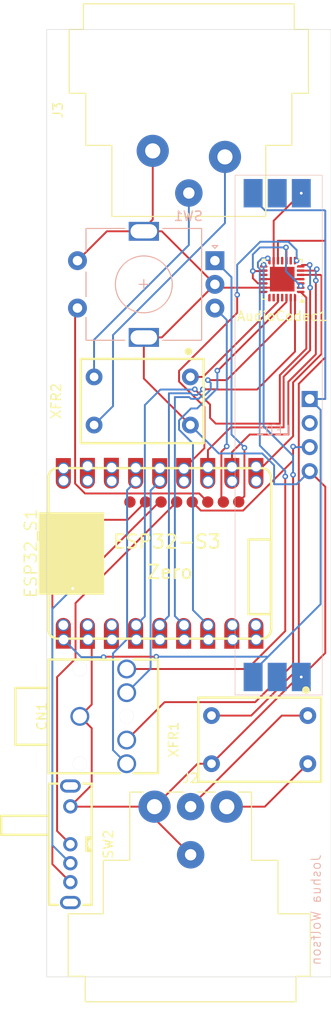
<source format=kicad_pcb>
(kicad_pcb (version 20241229) (generator "pcbnew") (generator_version "9.0")
  (layers (0 "F.Cu" signal) (2 "B.Cu" signal) (13 "F.Paste" user) (15 "B.Paste" user) (5 "F.SilkS" user "F.Silkscreen") (7 "B.SilkS" user "B.Silkscreen") (1 "F.Mask" user) (3 "B.Mask" user) (25 "Edge.Cuts" user))
  (net 0 "")
  (net 1 "Net-(J2-Pad3)")
  (net 2 "GND")
  (net 3 "Net-(J2-Pad2)")
  (net 4 "Net-(J3-Pad2)")
  (net 5 "Net-(J3-Pad3)")
  (net 6 "RE-SW")
  (net 7 "RE-CLK")
  (net 8 "RE-DT")
  (net 9 "SW-1")
  (net 10 "SW-3")
  (net 11 "SW-2")
  (net 12 "+3.3V")
  (net 13 "Tip")
  (net 14 "CDATA")
  (net 15 "DSDIN")
  (net 16 "LRCK")
  (net 17 "CCLK")
  (net 18 "ASDOUT")
  (net 19 "MCLK")
  (net 20 "Ring")
  (net 21 "LIN1")
  (net 22 "LOUT1")
  (net 23 "CE")
  (net 24 "SCLK")
  (net 25 "Tip-Shunt")
  (net 26 "Ring-Shunt")
  (net 33 "LED-IN")
  (net 34 "+5V")
  (footprint "Connector_Audio:Jack_XLR_Neutrik_NC3MAAH_Horizontal" (layer "F.Cu") (at 192.38 131.03)
    (property "Reference" "J2")
    (property "Value" "NC3MAAH")
  )
  (footprint "easyeda2kicad:SW-TH_SK13D07VG5" (layer "F.Cu") (at 183.5 135 -90)
    (property "Reference" "SW2")
    (property "Value" "SW_SP3T")
  )
  (footprint "easyeda2kicad:PWRM-TH_HR610660" (layer "F.Cu") (at 191.08 88.21 90)
    (property "Reference" "XFR2")
    (property "Value" "HR610660")
  )
  (footprint "easyeda2kicad:PWRM-TH_HR610660" (layer "F.Cu") (at 203.4725 123.9575 90)
    (property "Reference" "XFR1")
    (property "Value" "HR610660")
  )
  (footprint "RF_Module:ESP32-S3-ZERO" (layer "F.Cu") (at 190.9134 104.25 90)
    (property "Reference" "ESP32_S1")
    (property "Value" "~")
  )
  (footprint "easyeda2kicad:AUDIO-TH_HOOYA_PJ-306M" (layer "F.Cu") (at 186.97 121.5 90)
    (property "Reference" "CN1")
    (property "Value" "PJ-306M")
  )
  (footprint "Package_DFN_QFN:QFN-28-1EP_4x4mm_P0.45mm_EP2.6x2.6mm" (layer "F.Cu") (at 205.85 75.35 180)
    (property "Reference" "AudioCodec1")
    (property "Value" "ES8388")
  )
  (footprint "Connector_Audio:Jack_XLR_Neutrik_NC3FAAH_Horizontal" (layer "F.Cu") (at 192.19 61.81 90)
    (property "Reference" "J3")
    (property "Value" "NC3FAAH")
  )
  (footprint "Rotary_Encoder:RotaryEncoder_Alps_EC11E-Switch_Vertical_H20mm" (layer "B.Cu") (at 198.75 73.4 180)
    (property "Reference" "SW1")
    (property "Value" "RotaryEncoder_Switch_MP")
  )
  (footprint "LED_SMD:GlowbitL_LED_Strip_1x8" (layer "B.Cu") (at 204.876 91.81 180)
    (property "Reference" "LED1")
    (property "Value" "~")
  )
  (gr_rect (start 181 49) (end 211 149) (stroke (width 0.05)) (fill no) (layer "Edge.Cuts"))
  (gr_text "Joshua Wolfson" (at 210 136 90) (layer "B.SilkS") (effects (font (size 1 1) (thickness 0.1)) (justify left bottom mirror)))
  (segment (start 196.19 131.03) (end 205.8025 121.4175) (width 0.2) (layer "F.Cu") (net 1))
  (segment (start 205.8025 121.4175) (end 208.5525 121.4175) (width 0.2) (layer "F.Cu") (net 1))
  (segment (start 207.548 117.342) (end 207.861 117.342) (width 0.2) (layer "F.Cu") (net 2))
  (segment (start 191.25 70.3) (end 193.15 70.3) (width 0.2) (layer "F.Cu") (net 2))
  (segment (start 192.38 132.3) (end 192.38 131.03) (width 0.2) (layer "F.Cu") (net 2))
  (segment (start 184.25 73.4) (end 187.35 70.3) (width 0.2) (layer "F.Cu") (net 2))
  (segment (start 198.3925 126.4975) (end 207.548 117.342) (width 0.2) (layer "F.Cu") (net 2))
  (segment (start 210.399 114.804) (end 210.399 97.269) (width 0.2) (layer "F.Cu") (net 2))
  (segment (start 203.9 75.35) (end 205.85 75.35) (width 0.2) (layer "F.Cu") (net 2))
  (segment (start 185.2957 113.038752) (end 185.2957 112.7474) (width 0.2) (layer "F.Cu") (net 2))
  (segment (start 192.19 69.06) (end 192.19 61.81) (width 0.2) (layer "F.Cu") (net 2))
  (segment (start 193.15 70.3) (end 198.75 75.9) (width 0.2) (layer "F.Cu") (net 2))
  (segment (start 210.399 97.269) (end 208.75 95.62) (width 0.2) (layer "F.Cu") (net 2))
  (segment (start 191.25 70) (end 192.19 69.06) (width 0.2) (layer "F.Cu") (net 2))
  (segment (start 191.25 70.3) (end 191.25 70) (width 0.2) (layer "F.Cu") (net 2))
  (segment (start 191.25 85.84) (end 191.25 81.5) (width 0.2) (layer "F.Cu") (net 2))
  (segment (start 185.75 122.75) (end 184.5 121.5) (width 0.2) (layer "F.Cu") (net 2))
  (segment (start 183.5 131) (end 183.75 131) (width 0.2) (layer "F.Cu") (net 2))
  (segment (start 183.75 131) (end 183.78 131.03) (width 0.2) (layer "F.Cu") (net 2))
  (segment (start 192.38 131.03) (end 196.9125 126.4975) (width 0.2) (layer "F.Cu") (net 2))
  (segment (start 185.75 120.25) (end 185.75 113.493052) (width 0.2) (layer "F.Cu") (net 2))
  (segment (start 184.5 121.5) (end 185.75 120.25) (width 0.2) (layer "F.Cu") (net 2))
  (segment (start 183.78 131.03) (end 192.38 131.03) (width 0.2) (layer "F.Cu") (net 2))
  (segment (start 183.5 131) (end 185.75 128.75) (width 0.2) (layer "F.Cu") (net 2))
  (segment (start 199.1 76.25) (end 203.9 76.25) (width 0.2) (layer "F.Cu") (net 2))
  (segment (start 204.95 73.4) (end 204.95 69.189) (width 0.2) (layer "F.Cu") (net 2))
  (segment (start 191.25 81.5) (end 193.15 81.5) (width 0.2) (layer "F.Cu") (net 2))
  (segment (start 204.95 76.25) (end 205.85 75.35) (width 0.2) (layer "F.Cu") (net 2))
  (segment (start 187.35 70.3) (end 191.25 70.3) (width 0.2) (layer "F.Cu") (net 2))
  (segment (start 185.75 113.493052) (end 185.2957 113.038752) (width 0.2) (layer "F.Cu") (net 2))
  (segment (start 196.16 90.75) (end 191.25 85.84) (width 0.2) (layer "F.Cu") (net 2))
  (segment (start 185.75 128.75) (end 185.75 122.75) (width 0.2) (layer "F.Cu") (net 2))
  (segment (start 196.19 136.11) (end 192.38 132.3) (width 0.2) (layer "F.Cu") (net 2))
  (segment (start 196.9125 126.4975) (end 198.3925 126.4975) (width 0.2) (layer "F.Cu") (net 2))
  (segment (start 198.75 75.9) (end 199.1 76.25) (width 0.2) (layer "F.Cu") (net 2))
  (segment (start 204.95 69.189) (end 207.861 66.278) (width 0.2) (layer "F.Cu") (net 2))
  (segment (start 193.15 81.5) (end 198.75 75.9) (width 0.2) (layer "F.Cu") (net 2))
  (segment (start 203.9 76.25) (end 204.95 76.25) (width 0.2) (layer "F.Cu") (net 2))
  (segment (start 207.861 117.342) (end 210.399 114.804) (width 0.2) (layer "F.Cu") (net 2))
  (segment (start 204.95 74.45) (end 205.85 75.35) (width 0.2) (layer "F.Cu") (net 2))
  (segment (start 207.8 75.35) (end 205.85 75.35) (width 0.2) (layer "F.Cu") (net 2))
  (segment (start 204.95 73.4) (end 204.95 74.45) (width 0.2) (layer "F.Cu") (net 2))
  (via (at 207.861 66.278) (size 0.6) (drill 0.3) (layers "F.Cu" "B.Cu") (net 2))
  (via (at 207.861 117.342) (size 0.6) (drill 0.3) (layers "F.Cu" "B.Cu") (net 2))
  (segment (start 207.37 97) (end 205 97) (width 0.2) (layer "B.Cu") (net 2))
  (segment (start 205 95) (end 203.75 93.75) (width 0.2) (layer "B.Cu") (net 2))
  (segment (start 199.16 93.75) (end 196.16 90.75) (width 0.2) (layer "B.Cu") (net 2))
  (segment (start 203.75 93.75) (end 199.16 93.75) (width 0.2) (layer "B.Cu") (net 2))
  (segment (start 205 97) (end 205 95) (width 0.2) (layer "B.Cu") (net 2))
  (segment (start 208.75 95.62) (end 207.37 97) (width 0.2) (layer "B.Cu") (net 2))
  (segment (start 200 131.03) (end 204.02 131.03) (width 0.2) (layer "F.Cu") (net 3))
  (segment (start 204.02 131.03) (end 208.5525 126.4975) (width 0.2) (layer "F.Cu") (net 3))
  (segment (start 199.81 69.44) (end 188 81.25) (width 0.2) (layer "B.Cu") (net 4))
  (segment (start 199.81 62.445) (end 199.81 69.44) (width 0.2) (layer "B.Cu") (net 4))
  (segment (start 188 81.25) (end 188 88.75) (width 0.2) (layer "B.Cu") (net 4))
  (segment (start 188 88.75) (end 186 90.75) (width 0.2) (layer "B.Cu") (net 4))
  (segment (start 186 81.75) (end 186 85.67) (width 0.2) (layer "B.Cu") (net 5))
  (segment (start 196 66.26) (end 196 71.75) (width 0.2) (layer "B.Cu") (net 5))
  (segment (start 196 71.75) (end 186 81.75) (width 0.2) (layer "B.Cu") (net 5))
  (segment (start 197.099 97.9722) (end 185.04425 97.9722) (width 0.2) (layer "F.Cu") (net 6))
  (segment (start 184 96.92795) (end 184 78.65) (width 0.2) (layer "F.Cu") (net 6))
  (segment (start 184 78.65) (end 184.25 78.4) (width 0.2) (layer "F.Cu") (net 6))
  (segment (start 185.04425 97.9722) (end 184 96.92795) (width 0.2) (layer "F.Cu") (net 6))
  (segment (start 198 98.8732) (end 197.099 97.9722) (width 0.2) (layer "F.Cu") (net 6))
  (segment (start 201.8654 98.2582) (end 201.2654 98.8582) (width 0.2) (layer "F.Cu") (net 7))
  (segment (start 201.8654 93.15) (end 201.8654 98.2582) (width 0.2) (layer "F.Cu") (net 7))
  (via (at 201.8654 93.15) (size 0.6) (drill 0.3) (layers "F.Cu" "B.Cu") (net 7))
  (segment (start 200.5 91.75) (end 200.5 75.15) (width 0.2) (layer "B.Cu") (net 7))
  (segment (start 201.8654 93.15) (end 201.8654 93.1154) (width 0.2) (layer "B.Cu") (net 7))
  (segment (start 200.5 75.15) (end 198.75 73.4) (width 0.2) (layer "B.Cu") (net 7))
  (segment (start 201.8654 93.1154) (end 200.5 91.75) (width 0.2) (layer "B.Cu") (net 7))
  (segment (start 200 93) (end 199.4345 93.5655) (width 0.2) (layer "F.Cu") (net 8))
  (segment (start 199.4345 93.5655) (end 199.4345 98.6651) (width 0.2) (layer "F.Cu") (net 8))
  (segment (start 199.4345 79.0845) (end 198.75 78.4) (width 0.2) (layer "F.Cu") (net 8))
  (segment (start 199.4345 98.6651) (end 199.6426 98.8732) (width 0.2) (layer "F.Cu") (net 8))
  (via (at 200 93) (size 0.6) (drill 0.3) (layers "F.Cu" "B.Cu") (net 8))
  (segment (start 198.75 78.4) (end 200 79.65) (width 0.2) (layer "B.Cu") (net 8))
  (segment (start 200 79.65) (end 200 93) (width 0.2) (layer "B.Cu") (net 8))
  (segment (start 184.043951 115.399) (end 184.043951 109.543549) (width 0.2) (layer "F.Cu") (net 9))
  (segment (start 182.099 117.343951) (end 184.043951 115.399) (width 0.2) (layer "F.Cu") (net 9))
  (segment (start 183.5 135) (end 182.099 133.599) (width 0.2) (layer "F.Cu") (net 9))
  (segment (start 182.099 133.599) (end 182.099 117.343951) (width 0.2) (layer "F.Cu") (net 9))
  (segment (start 184.043951 109.543549) (end 194.7143 98.8732) (width 0.2) (layer "F.Cu") (net 9))
  (segment (start 182.75 100.75) (end 189.552 100.75) (width 0.2) (layer "F.Cu") (net 10))
  (segment (start 183.5 139) (end 181.601 137.101) (width 0.2) (layer "F.Cu") (net 10))
  (segment (start 181.601 137.101) (end 181.601 101.899) (width 0.2) (layer "F.Cu") (net 10))
  (segment (start 189.552 100.75) (end 191.4288 98.8732) (width 0.2) (layer "F.Cu") (net 10))
  (segment (start 181.601 101.899) (end 182.75 100.75) (width 0.2) (layer "F.Cu") (net 10))
  (segment (start 192.8768 98.8732) (end 193.0714 98.8732) (width 0.2) (layer "F.Cu") (net 11))
  (segment (start 183.75 108) (end 192.8768 98.8732) (width 0.2) (layer "F.Cu") (net 11))
  (via (at 183.75 108) (size 0.6) (drill 0.3) (layers "F.Cu" "B.Cu") (net 11))
  (segment (start 181.601 110.149) (end 181.601 135.101) (width 0.2) (layer "B.Cu") (net 11))
  (segment (start 183.75 108) (end 181.601 110.149) (width 0.2) (layer "B.Cu") (net 11))
  (segment (start 181.601 135.101) (end 183.5 137) (width 0.2) (layer "B.Cu") (net 11))
  (segment (start 203.9 75.8) (end 203.3 75.8) (width 0.2) (layer "F.Cu") (net 12))
  (segment (start 206.3 73.4) (end 206.3 72.05) (width 0.2) (layer "F.Cu") (net 12))
  (segment (start 203.9 74.45) (end 203.9 74.9) (width 0.2) (layer "F.Cu") (net 12))
  (segment (start 202.75 75.25) (end 202.75 74.5) (width 0.2) (layer "F.Cu") (net 12))
  (segment (start 202.75 74.5) (end 203.85 74.5) (width 0.2) (layer "F.Cu") (net 12))
  (segment (start 203.85 74.5) (end 203.9 74.45) (width 0.2) (layer "F.Cu") (net 12))
  (segment (start 207.8 76.064837) (end 207.799837 76.065) (width 0.2) (layer "F.Cu") (net 12))
  (segment (start 207.8 76.25) (end 207.8 75.8) (width 0.2) (layer "F.Cu") (net 12))
  (segment (start 207.8 75.8) (end 207.8 76.064837) (width 0.2) (layer "F.Cu") (net 12))
  (segment (start 206.3 72.05) (end 206.25 72) (width 0.2) (layer "F.Cu") (net 12))
  (segment (start 203.3 75.8) (end 202.75 75.25) (width 0.2) (layer "F.Cu") (net 12))
  (via (at 206.25 72) (size 0.6) (drill 0.3) (layers "F.Cu" "B.Cu") (net 12))
  (via (at 202.75 74.5) (size 0.6) (drill 0.3) (layers "F.Cu" "B.Cu") (net 12))
  (via (at 207.799837 76.065) (size 0.6) (drill 0.3) (layers "F.Cu" "B.Cu") (net 12))
  (segment (start 207.799837 76.065) (end 206.25 74.515163) (width 0.2) (layer "B.Cu") (net 12))
  (segment (start 206.25 72) (end 203.5 72) (width 0.2) (layer "B.Cu") (net 12))
  (segment (start 203.5 72) (end 202.75 72.75) (width 0.2) (layer "B.Cu") (net 12))
  (segment (start 202.75 72.75) (end 202.75 74.5) (width 0.2) (layer "B.Cu") (net 12))
  (segment (start 206.25 74.515163) (end 206.25 72) (width 0.2) (layer "B.Cu") (net 12))
  (segment (start 207 96.001) (end 206.999 96) (width 0.2) (layer "F.Cu") (net 13))
  (segment (start 189.44 124) (end 193.44 120) (width 0.2) (layer "F.Cu") (net 13))
  (segment (start 193.44 120) (end 203 120) (width 0.2) (layer "F.Cu") (net 13))
  (segment (start 207 116) (end 207 96.001) (width 0.2) (layer "F.Cu") (net 13))
  (segment (start 203 120) (end 207 116) (width 0.2) (layer "F.Cu") (net 13))
  (via (at 206.999 96) (size 0.6) (drill 0.3) (layers "F.Cu" "B.Cu") (net 13))
  (via (at 203.88809 73.825002) (size 0.6) (drill 0.3) (layers "F.Cu" "B.Cu") (net 13))
  (segment (start 206.999 96) (end 206.999 93.999) (width 0.2) (layer "B.Cu") (net 13))
  (segment (start 206.999 93.999) (end 203.88809 90.88809) (width 0.2) (layer "B.Cu") (net 13))
  (segment (start 203.88809 90.88809) (end 203.88809 73.825002) (width 0.2) (layer "B.Cu") (net 13))
  (segment (start 206.75 79.25) (end 206.75 77.3) (width 0.2) (layer "F.Cu") (net 14))
  (segment (start 199.992836 86.007164) (end 206.75 79.25) (width 0.2) (layer "F.Cu") (net 14))
  (segment (start 198.007164 86.007164) (end 199.992836 86.007164) (width 0.2) (layer "F.Cu") (net 14))
  (via (at 198.007164 86.007164) (size 0.6) (drill 0.3) (layers "F.Cu" "B.Cu") (net 14))
  (segment (start 197.046756 87.979515) (end 197.44705 87.579221) (width 0.2) (layer "B.Cu") (net 14))
  (segment (start 194.5245 110.9091) (end 194.5245 87.802) (width 0.2) (layer "B.Cu") (net 14))
  (segment (start 194.5245 87.802) (end 196.039155 87.802) (width 0.2) (layer "B.Cu") (net 14))
  (segment (start 195.4854 111.87) (end 194.5245 110.9091) (width 0.2) (layer "B.Cu") (net 14))
  (segment (start 197.44705 87.579221) (end 197.729891 87.579221) (width 0.2) (layer "B.Cu") (net 14))
  (segment (start 198.309112 87) (end 198.309112 86.309112) (width 0.2) (layer "B.Cu") (net 14))
  (segment (start 198.309112 86.309112) (end 198.007164 86.007164) (width 0.2) (layer "B.Cu") (net 14))
  (segment (start 196.039155 87.802) (end 196.21667 87.979515) (width 0.2) (layer "B.Cu") (net 14))
  (segment (start 196.21667 87.979515) (end 197.046756 87.979515) (width 0.2) (layer "B.Cu") (net 14))
  (segment (start 197.729891 87.579221) (end 198.309112 87) (width 0.2) (layer "B.Cu") (net 14))
  (segment (start 209.35 74.45) (end 207.8 74.45) (width 0.2) (layer "F.Cu") (net 15))
  (segment (start 202.415457 91.75) (end 206.5 91.75) (width 0.2) (layer "F.Cu") (net 15))
  (segment (start 206.5 91.75) (end 206.5 86.1809) (width 0.2) (layer "F.Cu") (net 15))
  (segment (start 209.398 83.2829) (end 209.398 75.5) (width 0.2) (layer "F.Cu") (net 15))
  (segment (start 200.5555 95.1711) (end 200.5555 93.609957) (width 0.2) (layer "F.Cu") (net 15))
  (segment (start 206.5 86.1809) (end 209.398 83.2829) (width 0.2) (layer "F.Cu") (net 15))
  (segment (start 200.5555 93.609957) (end 202.415457 91.75) (width 0.2) (layer "F.Cu") (net 15))
  (segment (start 209.5 74.3) (end 209.35 74.45) (width 0.2) (layer "F.Cu") (net 15))
  (via (at 209.5 74.3) (size 0.6) (drill 0.3) (layers "F.Cu" "B.Cu") (net 15))
  (via (at 209.398 75.5) (size 0.6) (drill 0.3) (layers "F.Cu" "B.Cu") (net 15))
  (segment (start 209.398 75.5) (end 209.398 74.402) (width 0.2) (layer "B.Cu") (net 15))
  (segment (start 209.398 74.402) (end 209.5 74.3) (width 0.2) (layer "B.Cu") (net 15))
  (segment (start 198.0155 93.394973) (end 198.0155 95.20285) (width 0.2) (layer "F.Cu") (net 16))
  (segment (start 206 85.65) (end 206 91) (width 0.2) (layer "F.Cu") (net 16))
  (segment (start 206 91) (end 200.410473 91) (width 0.2) (layer "F.Cu") (net 16))
  (segment (start 208.798 76.25) (end 208.798 82.852) (width 0.2) (layer "F.Cu") (net 16))
  (segment (start 207.95 73.85) (end 207.8 74) (width 0.2) (layer "F.Cu") (net 16))
  (segment (start 200.410473 91) (end 198.0155 93.394973) (width 0.2) (layer "F.Cu") (net 16))
  (segment (start 208.75 73.85) (end 207.95 73.85) (width 0.2) (layer "F.Cu") (net 16))
  (segment (start 208.798 82.852) (end 206 85.65) (width 0.2) (layer "F.Cu") (net 16))
  (via (at 208.75 73.85) (size 0.6) (drill 0.3) (layers "F.Cu" "B.Cu") (net 16))
  (via (at 208.798 76.25) (size 0.6) (drill 0.3) (layers "F.Cu" "B.Cu") (net 16))
  (segment (start 208.798 73.898) (end 208.75 73.85) (width 0.2) (layer "B.Cu") (net 16))
  (segment (start 208.798 76.25) (end 208.798 73.898) (width 0.2) (layer "B.Cu") (net 16))
  (segment (start 199 87) (end 203.2 87) (width 0.2) (layer "F.Cu") (net 17))
  (segment (start 197.480948 86.978221) (end 198.978221 86.978221) (width 0.2) (layer "F.Cu") (net 17))
  (segment (start 203.2 87) (end 207.2 83) (width 0.2) (layer "F.Cu") (net 17))
  (segment (start 198.978221 86.978221) (end 199 87) (width 0.2) (layer "F.Cu") (net 17))
  (segment (start 207.2 83) (end 207.2 77.3) (width 0.2) (layer "F.Cu") (net 17))
  (via (at 197.480948 86.978221) (size 0.6) (drill 0.3) (layers "F.Cu" "B.Cu") (net 17))
  (segment (start 196.205255 87.401) (end 196.38277 87.578515) (width 0.2) (layer "B.Cu") (net 17))
  (segment (start 193.8964 87.401) (end 196.205255 87.401) (width 0.2) (layer "B.Cu") (net 17))
  (segment (start 196.880656 87.578515) (end 197.232713 87.226458) (width 0.2) (layer "B.Cu") (net 17))
  (segment (start 192.9154 111.87) (end 193.8964 110.889) (width 0.2) (layer "B.Cu") (net 17))
  (segment (start 193.8964 110.889) (end 193.8964 87.401) (width 0.2) (layer "B.Cu") (net 17))
  (segment (start 196.38277 87.578515) (end 196.880656 87.578515) (width 0.2) (layer "B.Cu") (net 17))
  (segment (start 197.232713 87.226456) (end 197.480948 86.978221) (width 0.2) (layer "B.Cu") (net 17))
  (segment (start 197.232713 87.226458) (end 197.232713 87.226456) (width 0.2) (layer "B.Cu") (net 17))
  (segment (start 195.4755 95.36) (end 197.641171 93.194329) (width 0.2) (layer "F.Cu") (net 18))
  (segment (start 194.969 86.163329) (end 194.969 85.031) (width 0.2) (layer "F.Cu") (net 18))
  (segment (start 197.641171 88.8355) (end 194.969 86.163329) (width 0.2) (layer "F.Cu") (net 18))
  (segment (start 194.969 85.031) (end 201.1 78.9) (width 0.2) (layer "F.Cu") (net 18))
  (segment (start 197.641171 93.194329) (end 197.641171 88.8355) (width 0.2) (layer "F.Cu") (net 18))
  (segment (start 201.1 78.9) (end 201.1 77) (width 0.2) (layer "F.Cu") (net 18))
  (via (at 207.374998 73.38809) (size 0.6) (drill 0.3) (layers "F.Cu" "B.Cu") (net 18))
  (via (at 201.1 77) (size 0.6) (drill 0.3) (layers "F.Cu" "B.Cu") (net 18))
  (segment (start 203.5339 71.399) (end 206.498943 71.399) (width 0.2) (layer "B.Cu") (net 18))
  (segment (start 206.498943 71.399) (end 207.374998 72.275055) (width 0.2) (layer "B.Cu") (net 18))
  (segment (start 201.1 77) (end 201.1 73.8329) (width 0.2) (layer "B.Cu") (net 18))
  (segment (start 207.374998 72.275055) (end 207.374998 73.38809) (width 0.2) (layer "B.Cu") (net 18))
  (segment (start 201.1 73.8329) (end 203.5339 71.399) (width 0.2) (layer "B.Cu") (net 18))
  (segment (start 208.397 77.297) (end 207.8 76.7) (width 0.2) (layer "F.Cu") (net 19))
  (segment (start 198.237367 89.996196) (end 198.840171 90.599) (width 0.2) (layer "F.Cu") (net 19))
  (segment (start 205.599 85.4839) (end 208.397 82.6859) (width 0.2) (layer "F.Cu") (net 19))
  (segment (start 208.397 82.6859) (end 208.397 77.297) (width 0.2) (layer "F.Cu") (net 19))
  (segment (start 196.631713 86.977515) (end 198.237367 88.583169) (width 0.2) (layer "F.Cu") (net 19))
  (segment (start 198.840171 90.599) (end 205.599 90.599) (width 0.2) (layer "F.Cu") (net 19))
  (segment (start 205.599 90.599) (end 205.599 85.4839) (width 0.2) (layer "F.Cu") (net 19))
  (segment (start 198.237367 88.583169) (end 198.237367 89.996196) (width 0.2) (layer "F.Cu") (net 19))
  (via (at 196.631713 86.977515) (size 0.6) (drill 0.3) (layers "F.Cu" "B.Cu") (net 19))
  (segment (start 196.609228 87) (end 193 87) (width 0.2) (layer "B.Cu") (net 19))
  (segment (start 196.631713 86.977515) (end 196.609228 87) (width 0.2) (layer "B.Cu") (net 19))
  (segment (start 193 87) (end 191.3564 88.6436) (width 0.2) (layer "B.Cu") (net 19))
  (segment (start 191.3564 110.949) (end 190.4354 111.87) (width 0.2) (layer "B.Cu") (net 19))
  (segment (start 191.3564 88.6436) (end 191.3564 110.949) (width 0.2) (layer "B.Cu") (net 19))
  (segment (start 189.44 116.5) (end 202.164152 116.5) (width 0.2) (layer "F.Cu") (net 20))
  (segment (start 202.164152 116.5) (end 206.174265 112.489887) (width 0.2) (layer "F.Cu") (net 20))
  (segment (start 206.174265 112.489887) (end 206.174265 96.174265) (width 0.2) (layer "F.Cu") (net 20))
  (via (at 204.325 73.154845) (size 0.6) (drill 0.3) (layers "F.Cu" "B.Cu") (net 20))
  (via (at 206.174265 96.174265) (size 0.6) (drill 0.3) (layers "F.Cu" "B.Cu") (net 20))
  (segment (start 203.48709 74.273945) (end 203.28709 74.073945) (width 0.2) (layer "B.Cu") (net 20))
  (segment (start 203.28709 74.073945) (end 203.28709 73.576059) (width 0.2) (layer "B.Cu") (net 20))
  (segment (start 206.174265 96.174265) (end 206.174265 95.607165) (width 0.2) (layer "B.Cu") (net 20))
  (segment (start 203.48709 92.91999) (end 203.48709 74.273945) (width 0.2) (layer "B.Cu") (net 20))
  (segment (start 203.28709 73.576059) (end 203.708304 73.154845) (width 0.2) (layer "B.Cu") (net 20))
  (segment (start 206.174265 95.607165) (end 203.48709 92.91999) (width 0.2) (layer "B.Cu") (net 20))
  (segment (start 203.708304 73.154845) (end 204.325 73.154845) (width 0.2) (layer "B.Cu") (net 20))
  (segment (start 205.4 77.765798) (end 205.4 77.3) (width 0.2) (layer "F.Cu") (net 21))
  (segment (start 196.16 85.67) (end 197.495798 85.67) (width 0.2) (layer "F.Cu") (net 21))
  (segment (start 197.495798 85.67) (end 205.4 77.765798) (width 0.2) (layer "F.Cu") (net 21))
  (segment (start 202.5825 121.4175) (end 207.599 116.401) (width 0.2) (layer "F.Cu") (net 22))
  (segment (start 210.399 71.299) (end 205.4 71.299) (width 0.2) (layer "F.Cu") (net 22))
  (segment (start 207.599 116.401) (end 207.599 86.401) (width 0.2) (layer "F.Cu") (net 22))
  (segment (start 210.399 83.601) (end 210.399 71.299) (width 0.2) (layer "F.Cu") (net 22))
  (segment (start 205.4 71.299) (end 205.4 73.4) (width 0.2) (layer "F.Cu") (net 22))
  (segment (start 198.3925 121.4175) (end 202.5825 121.4175) (width 0.2) (layer "F.Cu") (net 22))
  (segment (start 207.599 86.401) (end 210.399 83.601) (width 0.2) (layer "F.Cu") (net 22))
  (segment (start 199.058634 85.007164) (end 206.3 77.765798) (width 0.2) (layer "F.Cu") (net 23))
  (segment (start 206.3 77.765798) (end 206.3 77.3) (width 0.2) (layer "F.Cu") (net 23))
  (segment (start 199.007164 85.007164) (end 199.058634 85.007164) (width 0.2) (layer "F.Cu") (net 23))
  (via (at 199.007164 85.007164) (size 0.6) (drill 0.3) (layers "F.Cu" "B.Cu") (net 23))
  (segment (start 194.969 90.256671) (end 196.225671 89) (width 0.2) (layer "B.Cu") (net 23))
  (segment (start 194.969 91.243329) (end 194.969 90.256671) (width 0.2) (layer "B.Cu") (net 23))
  (segment (start 196.4364 92.710729) (end 194.969 91.243329) (width 0.2) (layer "B.Cu") (net 23))
  (segment (start 198.0254 111.87) (end 196.4364 110.281) (width 0.2) (layer "B.Cu") (net 23))
  (segment (start 196.4364 110.281) (end 196.4364 92.710729) (width 0.2) (layer "B.Cu") (net 23))
  (segment (start 196.876212 89) (end 199.007164 86.869048) (width 0.2) (layer "B.Cu") (net 23))
  (segment (start 199.007164 86.869048) (end 199.007164 85.007164) (width 0.2) (layer "B.Cu") (net 23))
  (segment (start 196.225671 89) (end 196.876212 89) (width 0.2) (layer "B.Cu") (net 23))
  (segment (start 209.998 83.25) (end 209.998 75) (width 0.2) (layer "F.Cu") (net 24))
  (segment (start 207 91.9243) (end 207 86.248) (width 0.2) (layer "F.Cu") (net 24))
  (segment (start 209.898 74.9) (end 207.8 74.9) (width 0.2) (layer "F.Cu") (net 24))
  (segment (start 207 86.248) (end 209.998 83.25) (width 0.2) (layer "F.Cu") (net 24))
  (segment (start 203.0757 95.8486) (end 207 91.9243) (width 0.2) (layer "F.Cu") (net 24))
  (segment (start 209.998 75) (end 209.898 74.9) (width 0.2) (layer "F.Cu") (net 24))
  (segment (start 189.4844 113.359118) (end 189.4844 97.62) (width 0.2) (layer "B.Cu") (net 25))
  (segment (start 189.44 126.5) (end 188 125.06) (width 0.2) (layer "B.Cu") (net 25))
  (segment (start 188 125.06) (end 188 114.843518) (width 0.2) (layer "B.Cu") (net 25))
  (segment (start 189.4844 97.62) (end 190.4054 96.699) (width 0.2) (layer "B.Cu") (net 25))
  (segment (start 188 114.843518) (end 189.4844 113.359118) (width 0.2) (layer "B.Cu") (net 25))
  (segment (start 191.9644 97.6597) (end 192.9454 96.6787) (width 0.2) (layer "B.Cu") (net 26))
  (segment (start 189.44 119) (end 191.9644 116.4756) (width 0.2) (layer "B.Cu") (net 26))
  (segment (start 191.9644 116.4756) (end 191.9644 97.6597) (width 0.2) (layer "B.Cu") (net 26))
  (segment (start 206.999 93.020472) (end 206.999 94.501) (width 0.2) (layer "F.Cu") (net 33))
  (segment (start 201.7258 99.7742) (end 197.2581 99.7742) (width 0.2) (layer "F.Cu") (net 33))
  (segment (start 206.999 94.501) (end 201.7258 99.7742) (width 0.2) (layer "F.Cu") (net 33))
  (segment (start 197.2581 99.7742) (end 196.3571 98.8732) (width 0.2) (layer "F.Cu") (net 33))
  (via (at 206.999 93.020472) (size 0.6) (drill 0.3) (layers "F.Cu" "B.Cu") (net 33))
  (segment (start 207.058528 93.08) (end 206.999 93.020472) (width 0.2) (layer "B.Cu") (net 33))
  (segment (start 208.75 93.08) (end 207.058528 93.08) (width 0.2) (layer "B.Cu") (net 33))
  (segment (start 192.5644 115.199) (end 187.051 115.199) (width 0.2) (layer "F.Cu") (net 34))
  (segment (start 187.051 115.199) (end 187 115.25) (width 0.2) (layer "F.Cu") (net 34))
  (via (at 187 115.25) (size 0.6) (drill 0.3) (layers "F.Cu" "B.Cu") (net 34))
  (via (at 192.5644 115.199) (size 0.6) (drill 0.3) (layers "F.Cu" "B.Cu") (net 34))
  (segment (start 209.901 109.66) (end 209.901 89.151) (width 0.2) (layer "B.Cu") (net 34))
  (segment (start 210.399 68.149) (end 210.399 88) (width 0.2) (layer "B.Cu") (net 34))
  (segment (start 204.2805 115.2805) (end 209.901 109.66) (width 0.2) (layer "B.Cu") (net 34))
  (segment (start 204.02 68.079) (end 210.329 68.079) (width 0.2) (layer "B.Cu") (net 34))
  (segment (start 184.6414 115.25) (end 182.7854 113.394) (width 0.2) (layer "B.Cu") (net 34))
  (segment (start 202.781 66.278) (end 202.781 66.84) (width 0.2) (layer "B.Cu") (net 34))
  (segment (start 210.399 88) (end 208.75 88) (width 0.2) (layer "B.Cu") (net 34))
  (segment (start 187 115.25) (end 184.6414 115.25) (width 0.2) (layer "B.Cu") (net 34))
  (segment (start 202.781 116.78) (end 204.2805 115.2805) (width 0.2) (layer "B.Cu") (net 34))
  (segment (start 202.781 117.342) (end 202.781 116.78) (width 0.2) (layer "B.Cu") (net 34))
  (segment (start 202.781 66.84) (end 204.02 68.079) (width 0.2) (layer "B.Cu") (net 34))
  (segment (start 209.901 89.151) (end 208.75 88) (width 0.2) (layer "B.Cu") (net 34))
  (segment (start 210.329 68.079) (end 210.399 68.149) (width 0.2) (layer "B.Cu") (net 34))
  (segment (start 192.5644 115.199) (end 204.199 115.199) (width 0.2) (layer "B.Cu") (net 34))
  (segment (start 204.199 115.199) (end 204.2805 115.2805) (width 0.2) (layer "B.Cu") (net 34))
)
</source>
